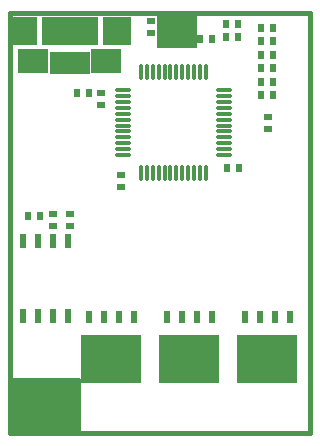
<source format=gbs>
G04 (created by PCBNEW-RS274X (2012-01-19 BZR 3256)-stable) date 9/11/2012 4:45:41 AM*
G01*
G70*
G90*
%MOIN*%
G04 Gerber Fmt 3.4, Leading zero omitted, Abs format*
%FSLAX34Y34*%
G04 APERTURE LIST*
%ADD10C,0.001000*%
%ADD11C,0.015000*%
%ADD12R,0.035700X0.073100*%
%ADD13R,0.102700X0.083000*%
%ADD14R,0.094800X0.094800*%
%ADD15R,0.022000X0.047000*%
%ADD16O,0.013800X0.057100*%
%ADD17O,0.057100X0.013800*%
%ADD18R,0.198900X0.163400*%
%ADD19R,0.021700X0.043300*%
%ADD20R,0.027000X0.022000*%
%ADD21R,0.022000X0.027000*%
%ADD22R,0.067200X0.059400*%
%ADD23C,0.010000*%
G04 APERTURE END LIST*
G54D10*
G54D11*
X44016Y-40961D02*
X44016Y-54961D01*
X54016Y-40961D02*
X44016Y-40961D01*
X54016Y-54961D02*
X54016Y-40961D01*
X44016Y-54961D02*
X54016Y-54961D01*
G54D12*
X45504Y-42624D03*
X45760Y-42624D03*
X46016Y-42624D03*
X46272Y-42624D03*
X46528Y-42624D03*
G54D13*
X44796Y-42565D03*
X47236Y-42565D03*
G54D14*
X45544Y-41561D03*
X46488Y-41561D03*
X47591Y-41561D03*
X44441Y-41561D03*
G54D15*
X45950Y-48550D03*
X45450Y-48550D03*
X44950Y-48550D03*
X44450Y-48550D03*
X44450Y-51050D03*
X44950Y-51050D03*
X45450Y-51050D03*
X45950Y-51050D03*
G54D16*
X48383Y-42938D03*
X48580Y-42938D03*
X48777Y-42938D03*
X48974Y-42938D03*
X49171Y-42938D03*
X49368Y-42938D03*
X49564Y-42938D03*
X49761Y-42938D03*
X49958Y-42938D03*
X50155Y-42938D03*
X50352Y-42938D03*
X50549Y-42938D03*
G54D17*
X51139Y-43528D03*
X51139Y-43725D03*
X51139Y-43922D03*
X51139Y-44119D03*
X51139Y-44316D03*
X51139Y-44513D03*
X51139Y-44709D03*
X51139Y-44906D03*
X51139Y-45103D03*
X51139Y-45300D03*
X51139Y-45497D03*
X51139Y-45694D03*
G54D16*
X50549Y-46284D03*
X50352Y-46284D03*
X50155Y-46284D03*
X49958Y-46284D03*
X49761Y-46284D03*
X49564Y-46284D03*
X49368Y-46284D03*
X49171Y-46284D03*
X48974Y-46284D03*
X48777Y-46284D03*
X48580Y-46284D03*
X48383Y-46284D03*
G54D17*
X47793Y-45694D03*
X47793Y-45497D03*
X47793Y-45300D03*
X47793Y-45103D03*
X47793Y-44906D03*
X47793Y-44709D03*
X47793Y-44513D03*
X47793Y-44316D03*
X47793Y-44119D03*
X47793Y-43922D03*
X47793Y-43725D03*
X47793Y-43528D03*
G54D18*
X47400Y-52500D03*
G54D19*
X46652Y-51102D03*
X47144Y-51102D03*
X47656Y-51102D03*
X48148Y-51102D03*
G54D18*
X50000Y-52500D03*
G54D19*
X49252Y-51102D03*
X49744Y-51102D03*
X50256Y-51102D03*
X50748Y-51102D03*
G54D18*
X52600Y-52500D03*
G54D19*
X51852Y-51102D03*
X52344Y-51102D03*
X52856Y-51102D03*
X53348Y-51102D03*
G54D20*
X45466Y-47661D03*
X45466Y-48061D03*
X46016Y-48061D03*
X46016Y-47661D03*
G54D21*
X45016Y-47711D03*
X44616Y-47711D03*
X52400Y-43250D03*
X52800Y-43250D03*
X52800Y-43700D03*
X52400Y-43700D03*
X52400Y-42350D03*
X52800Y-42350D03*
X52800Y-42800D03*
X52400Y-42800D03*
X52400Y-41450D03*
X52800Y-41450D03*
X52800Y-41900D03*
X52400Y-41900D03*
X51216Y-41311D03*
X51616Y-41311D03*
X51616Y-41761D03*
X51216Y-41761D03*
X51266Y-46111D03*
X51666Y-46111D03*
G54D20*
X52616Y-44811D03*
X52616Y-44411D03*
X47066Y-43611D03*
X47066Y-44011D03*
X47716Y-46361D03*
X47716Y-46761D03*
G54D21*
X46666Y-43611D03*
X46266Y-43611D03*
G54D20*
X48716Y-41611D03*
X48716Y-41211D03*
G54D21*
X50766Y-41811D03*
X50366Y-41811D03*
G54D22*
X49916Y-41811D03*
X49916Y-41299D03*
X49247Y-41299D03*
X49247Y-41811D03*
G54D10*
G36*
X46316Y-54961D02*
X46316Y-53161D01*
X44016Y-53161D01*
X44016Y-54961D01*
X46316Y-54961D01*
X46316Y-54961D01*
G37*
G54D23*
X46316Y-54961D02*
X46316Y-53161D01*
X44016Y-53161D01*
X44016Y-54961D01*
X46316Y-54961D01*
M02*

</source>
